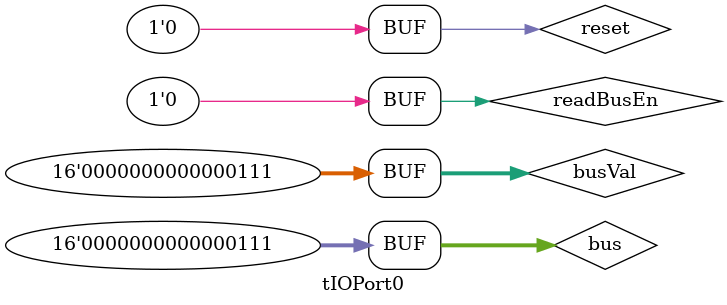
<source format=v>

module tIOPort0;
	wire [15:0] dataOut;
	wire [15:0] bus;
	reg reset, readBusEn, writeBusEn;
	
	reg [15:0] busVal;
	
	IOPort0 ioport0(dataOut, readBusEn, bus, writeBusEn, reset);
	
	assign bus = busVal;
	
	initial
	begin
		reset = 1;
		#5
		reset = 0;
		busVal = 16'd7;
		readBusEn = 1;
		#5
		readBusEn = 0;
	end
endmodule

</source>
